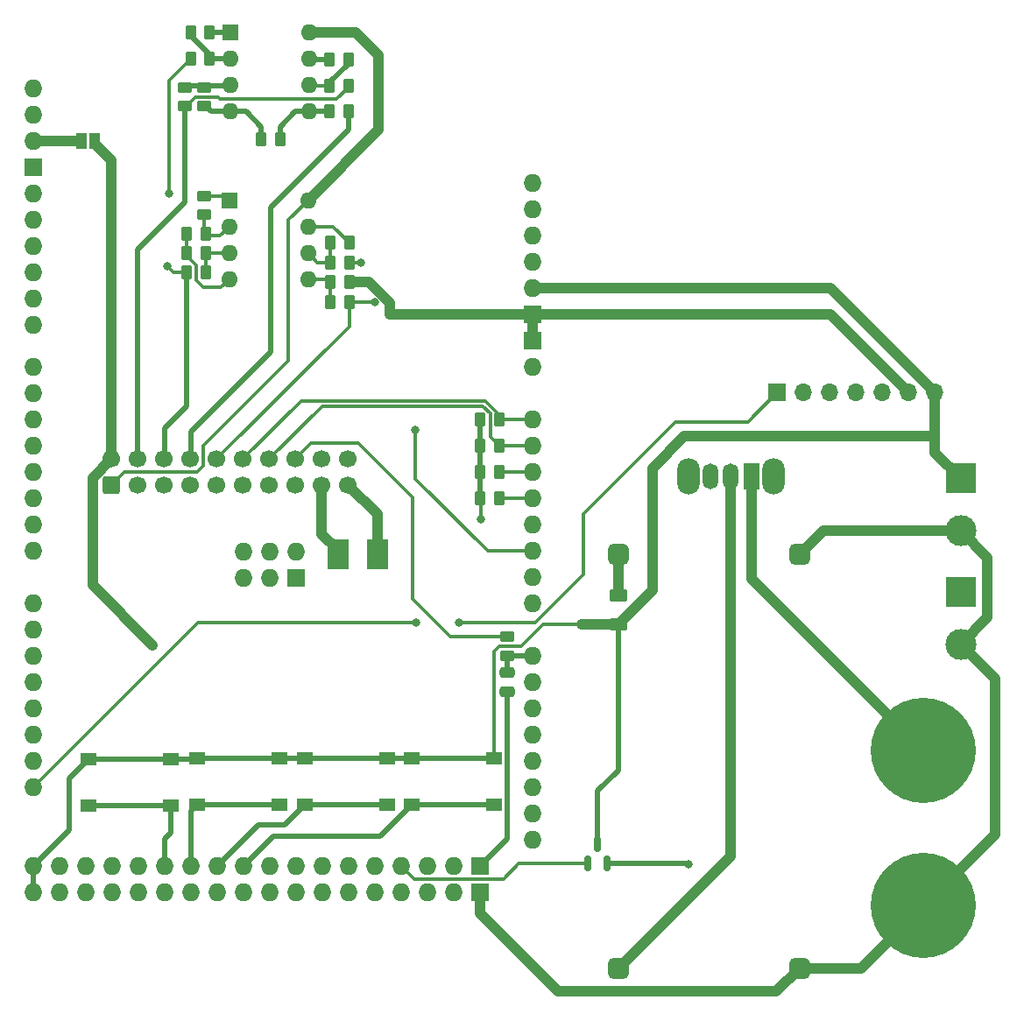
<source format=gtl>
G04 #@! TF.GenerationSoftware,KiCad,Pcbnew,(7.0.0)*
G04 #@! TF.CreationDate,2023-05-12T10:49:53+02:00*
G04 #@! TF.ProjectId,BMS_Project,424d535f-5072-46f6-9a65-63742e6b6963,rev?*
G04 #@! TF.SameCoordinates,Original*
G04 #@! TF.FileFunction,Copper,L1,Top*
G04 #@! TF.FilePolarity,Positive*
%FSLAX46Y46*%
G04 Gerber Fmt 4.6, Leading zero omitted, Abs format (unit mm)*
G04 Created by KiCad (PCBNEW (7.0.0)) date 2023-05-12 10:49:53*
%MOMM*%
%LPD*%
G01*
G04 APERTURE LIST*
G04 Aperture macros list*
%AMRoundRect*
0 Rectangle with rounded corners*
0 $1 Rounding radius*
0 $2 $3 $4 $5 $6 $7 $8 $9 X,Y pos of 4 corners*
0 Add a 4 corners polygon primitive as box body*
4,1,4,$2,$3,$4,$5,$6,$7,$8,$9,$2,$3,0*
0 Add four circle primitives for the rounded corners*
1,1,$1+$1,$2,$3*
1,1,$1+$1,$4,$5*
1,1,$1+$1,$6,$7*
1,1,$1+$1,$8,$9*
0 Add four rect primitives between the rounded corners*
20,1,$1+$1,$2,$3,$4,$5,0*
20,1,$1+$1,$4,$5,$6,$7,0*
20,1,$1+$1,$6,$7,$8,$9,0*
20,1,$1+$1,$8,$9,$2,$3,0*%
G04 Aperture macros list end*
G04 #@! TA.AperFunction,SMDPad,CuDef*
%ADD10RoundRect,0.250000X-0.262500X-0.450000X0.262500X-0.450000X0.262500X0.450000X-0.262500X0.450000X0*%
G04 #@! TD*
G04 #@! TA.AperFunction,SMDPad,CuDef*
%ADD11RoundRect,0.250000X0.262500X0.450000X-0.262500X0.450000X-0.262500X-0.450000X0.262500X-0.450000X0*%
G04 #@! TD*
G04 #@! TA.AperFunction,ComponentPad*
%ADD12C,10.160000*%
G04 #@! TD*
G04 #@! TA.AperFunction,SMDPad,CuDef*
%ADD13R,1.550000X1.300000*%
G04 #@! TD*
G04 #@! TA.AperFunction,ComponentPad*
%ADD14R,3.000000X3.000000*%
G04 #@! TD*
G04 #@! TA.AperFunction,ComponentPad*
%ADD15C,3.000000*%
G04 #@! TD*
G04 #@! TA.AperFunction,SMDPad,CuDef*
%ADD16R,2.000000X3.000000*%
G04 #@! TD*
G04 #@! TA.AperFunction,ComponentPad*
%ADD17RoundRect,0.500000X0.500000X-0.500000X0.500000X0.500000X-0.500000X0.500000X-0.500000X-0.500000X0*%
G04 #@! TD*
G04 #@! TA.AperFunction,SMDPad,CuDef*
%ADD18RoundRect,0.250000X0.450000X-0.262500X0.450000X0.262500X-0.450000X0.262500X-0.450000X-0.262500X0*%
G04 #@! TD*
G04 #@! TA.AperFunction,SMDPad,CuDef*
%ADD19RoundRect,0.250000X-0.450000X0.262500X-0.450000X-0.262500X0.450000X-0.262500X0.450000X0.262500X0*%
G04 #@! TD*
G04 #@! TA.AperFunction,SMDPad,CuDef*
%ADD20R,1.000000X1.500000*%
G04 #@! TD*
G04 #@! TA.AperFunction,SMDPad,CuDef*
%ADD21RoundRect,0.150000X0.150000X-0.587500X0.150000X0.587500X-0.150000X0.587500X-0.150000X-0.587500X0*%
G04 #@! TD*
G04 #@! TA.AperFunction,SMDPad,CuDef*
%ADD22RoundRect,0.250000X-0.625000X0.375000X-0.625000X-0.375000X0.625000X-0.375000X0.625000X0.375000X0*%
G04 #@! TD*
G04 #@! TA.AperFunction,ComponentPad*
%ADD23RoundRect,0.250000X0.600000X-0.600000X0.600000X0.600000X-0.600000X0.600000X-0.600000X-0.600000X0*%
G04 #@! TD*
G04 #@! TA.AperFunction,ComponentPad*
%ADD24C,1.700000*%
G04 #@! TD*
G04 #@! TA.AperFunction,ComponentPad*
%ADD25R,1.600000X1.600000*%
G04 #@! TD*
G04 #@! TA.AperFunction,ComponentPad*
%ADD26O,1.600000X1.600000*%
G04 #@! TD*
G04 #@! TA.AperFunction,SMDPad,CuDef*
%ADD27RoundRect,0.250000X-0.475000X0.250000X-0.475000X-0.250000X0.475000X-0.250000X0.475000X0.250000X0*%
G04 #@! TD*
G04 #@! TA.AperFunction,ComponentPad*
%ADD28R,1.700000X1.700000*%
G04 #@! TD*
G04 #@! TA.AperFunction,ComponentPad*
%ADD29O,1.700000X1.700000*%
G04 #@! TD*
G04 #@! TA.AperFunction,ComponentPad*
%ADD30O,2.200000X3.500000*%
G04 #@! TD*
G04 #@! TA.AperFunction,ComponentPad*
%ADD31R,1.500000X2.500000*%
G04 #@! TD*
G04 #@! TA.AperFunction,ComponentPad*
%ADD32O,1.500000X2.500000*%
G04 #@! TD*
G04 #@! TA.AperFunction,ComponentPad*
%ADD33O,1.727200X1.727200*%
G04 #@! TD*
G04 #@! TA.AperFunction,ComponentPad*
%ADD34R,1.727200X1.727200*%
G04 #@! TD*
G04 #@! TA.AperFunction,ViaPad*
%ADD35C,0.800000*%
G04 #@! TD*
G04 #@! TA.AperFunction,Conductor*
%ADD36C,0.500000*%
G04 #@! TD*
G04 #@! TA.AperFunction,Conductor*
%ADD37C,1.000000*%
G04 #@! TD*
G04 #@! TA.AperFunction,Conductor*
%ADD38C,0.300000*%
G04 #@! TD*
G04 APERTURE END LIST*
D10*
X132587500Y-44200000D03*
X134412500Y-44200000D03*
D11*
X134412500Y-46700000D03*
X132587500Y-46700000D03*
D12*
X190000000Y-111000000D03*
D10*
X132687500Y-65700000D03*
X134512500Y-65700000D03*
D13*
X148474999Y-116249999D03*
X140524999Y-116249999D03*
X148474999Y-111749999D03*
X140524999Y-111749999D03*
X117244999Y-116299999D03*
X109294999Y-116299999D03*
X117244999Y-111799999D03*
X109294999Y-111799999D03*
D11*
X134512500Y-63800000D03*
X132687500Y-63800000D03*
D14*
X193599999Y-84659999D03*
D15*
X193600000Y-89740000D03*
D10*
X119187500Y-44100000D03*
X121012500Y-44100000D03*
D13*
X138144999Y-116274999D03*
X130194999Y-116274999D03*
X138144999Y-111774999D03*
X130194999Y-111774999D03*
D16*
X137199999Y-91999999D03*
D17*
X160550000Y-132050000D03*
X178050000Y-132050000D03*
X160550000Y-92050000D03*
X178050000Y-92050000D03*
D11*
X134512500Y-61900000D03*
X132687500Y-61900000D03*
D10*
X147175000Y-79000000D03*
X149000000Y-79000000D03*
D13*
X127734999Y-116274999D03*
X119784999Y-116274999D03*
X127734999Y-111774999D03*
X119784999Y-111774999D03*
D10*
X147187500Y-84100000D03*
X149012500Y-84100000D03*
D14*
X193599999Y-95659999D03*
D15*
X193600000Y-100740000D03*
D11*
X120612500Y-62900000D03*
X118787500Y-62900000D03*
D10*
X147175000Y-86600000D03*
X149000000Y-86600000D03*
D18*
X149800000Y-101812500D03*
X149800000Y-99987500D03*
D19*
X120500000Y-46887500D03*
X120500000Y-48712500D03*
D10*
X118787500Y-64800000D03*
X120612500Y-64800000D03*
D11*
X121012500Y-41600000D03*
X119187500Y-41600000D03*
X134512500Y-67600000D03*
X132687500Y-67600000D03*
D19*
X120500000Y-57387500D03*
X120500000Y-59212500D03*
D20*
X109899999Y-52099999D03*
X108599999Y-52099999D03*
D16*
X133399999Y-91999999D03*
D21*
X157550000Y-121937500D03*
X159450000Y-121937500D03*
X158500000Y-120062500D03*
D22*
X160500000Y-96000000D03*
X160500000Y-98800000D03*
D23*
X111540000Y-85340000D03*
D24*
X111540000Y-82800000D03*
X114080000Y-85340000D03*
X114080000Y-82800000D03*
X116620000Y-85340000D03*
X116620000Y-82800000D03*
X119160000Y-85340000D03*
X119160000Y-82800000D03*
X121700000Y-85340000D03*
X121700000Y-82800000D03*
X124240000Y-85340000D03*
X124240000Y-82800000D03*
X126780000Y-85340000D03*
X126780000Y-82800000D03*
X129320000Y-85340000D03*
X129320000Y-82800000D03*
X131860000Y-85340000D03*
X131860000Y-82800000D03*
X134400000Y-85340000D03*
X134400000Y-82800000D03*
D12*
X190000000Y-126000000D03*
D25*
X122999999Y-41599999D03*
D26*
X122999999Y-44139999D03*
X122999999Y-46679999D03*
X122999999Y-49219999D03*
X130619999Y-49219999D03*
X130619999Y-46679999D03*
X130619999Y-44139999D03*
X130619999Y-41599999D03*
D25*
X122899999Y-57799999D03*
D26*
X122899999Y-60339999D03*
X122899999Y-62879999D03*
X122899999Y-65419999D03*
X130519999Y-65419999D03*
X130519999Y-62879999D03*
X130519999Y-60339999D03*
X130519999Y-57799999D03*
D11*
X127812500Y-51900000D03*
X125987500Y-51900000D03*
D10*
X118787500Y-61000000D03*
X120612500Y-61000000D03*
D27*
X149800000Y-103450000D03*
X149800000Y-105350000D03*
D10*
X147175000Y-81500000D03*
X149000000Y-81500000D03*
D28*
X175869999Y-76349999D03*
D29*
X178409999Y-76349999D03*
X180949999Y-76349999D03*
X183489999Y-76349999D03*
X186029999Y-76349999D03*
X188569999Y-76349999D03*
X191109999Y-76349999D03*
D30*
X175499999Y-84499999D03*
X167299999Y-84499999D03*
D31*
X173399999Y-84499999D03*
D32*
X171399999Y-84499999D03*
X169399999Y-84499999D03*
D11*
X134412500Y-49200000D03*
X132587500Y-49200000D03*
D18*
X118600000Y-48712500D03*
X118600000Y-46887500D03*
D33*
X152229999Y-56109999D03*
X152229999Y-63729999D03*
X152229999Y-66269999D03*
X124289999Y-94336999D03*
X103969999Y-122149999D03*
X103969999Y-124689999D03*
X152229999Y-78969999D03*
X152229999Y-81509999D03*
X152229999Y-84049999D03*
X152229999Y-86589999D03*
X152229999Y-89129999D03*
X152229999Y-91669999D03*
X152229999Y-94209999D03*
X152229999Y-96749999D03*
X152229999Y-101829999D03*
X152229999Y-104369999D03*
X152229999Y-106909999D03*
X152229999Y-109449999D03*
X152229999Y-111989999D03*
X152229999Y-114529999D03*
X152229999Y-117069999D03*
X152229999Y-119609999D03*
X103969999Y-52045999D03*
X103969999Y-91669999D03*
X103969999Y-89129999D03*
X103969999Y-86589999D03*
X103969999Y-84049999D03*
X103969999Y-81509999D03*
X103969999Y-78969999D03*
X103969999Y-76429999D03*
X103969999Y-73889999D03*
X103969999Y-69825999D03*
X103969999Y-67285999D03*
X103969999Y-64745999D03*
X103969999Y-62205999D03*
X103969999Y-59665999D03*
X103969999Y-57125999D03*
X103969999Y-96749999D03*
X103969999Y-99289999D03*
X103969999Y-101829999D03*
X103969999Y-104369999D03*
X103969999Y-106909999D03*
X103969999Y-109449999D03*
X103969999Y-111989999D03*
X103969999Y-114529999D03*
X106509999Y-122149999D03*
X106509999Y-124689999D03*
X109049999Y-122149999D03*
X109049999Y-124689999D03*
X111589999Y-122149999D03*
X111589999Y-124689999D03*
X114129999Y-122149999D03*
X114129999Y-124689999D03*
X116669999Y-122149999D03*
X116669999Y-124689999D03*
X119209999Y-122149999D03*
X119209999Y-124689999D03*
X121749999Y-122149999D03*
X121749999Y-124689999D03*
X124289999Y-122149999D03*
X124289999Y-124689999D03*
X126829999Y-122149999D03*
X126829999Y-124689999D03*
X129369999Y-122149999D03*
X129369999Y-124689999D03*
X131909999Y-122149999D03*
X131909999Y-124689999D03*
X134449999Y-122149999D03*
X134449999Y-124689999D03*
X136989999Y-122149999D03*
X136989999Y-124689999D03*
X139529999Y-122149999D03*
X139529999Y-124689999D03*
X142069999Y-122149999D03*
X142069999Y-124689999D03*
X144609999Y-122149999D03*
X144609999Y-124689999D03*
D34*
X103969999Y-54585999D03*
X152229999Y-68809999D03*
X152229999Y-71349999D03*
X129369999Y-94336999D03*
X147149999Y-122149999D03*
X147149999Y-124689999D03*
D33*
X152229999Y-58649999D03*
X124289999Y-91796999D03*
X126829999Y-94336999D03*
X152229999Y-61189999D03*
X129369999Y-91796999D03*
X126829999Y-91796999D03*
X103969999Y-46965999D03*
X103969999Y-49505999D03*
X152229999Y-73889999D03*
D35*
X138410000Y-68810000D03*
X157000000Y-98800000D03*
X147200000Y-88600000D03*
X115500000Y-100800000D03*
X137300000Y-51000000D03*
X116900000Y-64200000D03*
X135600000Y-63800000D03*
X137000000Y-67600000D03*
X117100000Y-57100000D03*
X167260000Y-122000000D03*
X140900000Y-80000000D03*
X145100000Y-98600000D03*
X141000000Y-98600000D03*
D36*
X149800000Y-101812500D02*
X152212500Y-101812500D01*
X149800000Y-103450000D02*
X149800000Y-101812500D01*
X152212500Y-101812500D02*
X152230000Y-101830000D01*
D37*
X181030000Y-68810000D02*
X188570000Y-76350000D01*
X154700000Y-134300000D02*
X147150000Y-126750000D01*
X196200000Y-92340000D02*
X196200000Y-98140000D01*
D38*
X119700000Y-64100000D02*
X118787500Y-63187500D01*
D37*
X178050000Y-92050000D02*
X180360000Y-89740000D01*
D36*
X149800000Y-119500000D02*
X147150000Y-122150000D01*
D37*
X138410000Y-68810000D02*
X152230000Y-68810000D01*
D36*
X121187500Y-49200000D02*
X122980000Y-49200000D01*
D37*
X193600000Y-89740000D02*
X196200000Y-92340000D01*
X196900000Y-119100000D02*
X190000000Y-126000000D01*
X193600000Y-100740000D02*
X196900000Y-104040000D01*
D36*
X125987500Y-50687500D02*
X124520000Y-49220000D01*
D38*
X118787500Y-63187500D02*
X118787500Y-62900000D01*
D36*
X124520000Y-49220000D02*
X123000000Y-49220000D01*
D37*
X136400000Y-65700000D02*
X134512500Y-65700000D01*
D36*
X149800000Y-105350000D02*
X149800000Y-119500000D01*
D37*
X196900000Y-104040000D02*
X196900000Y-119100000D01*
D38*
X122900000Y-65420000D02*
X122100001Y-66219999D01*
D36*
X125987500Y-51900000D02*
X125987500Y-50687500D01*
D37*
X178050000Y-132050000D02*
X175800000Y-134300000D01*
D38*
X120419999Y-66219999D02*
X119700000Y-65500000D01*
X122100001Y-66219999D02*
X120419999Y-66219999D01*
D36*
X122980000Y-49200000D02*
X123000000Y-49220000D01*
D38*
X118787500Y-62900000D02*
X118787500Y-61000000D01*
D37*
X175800000Y-134300000D02*
X154700000Y-134300000D01*
X178050000Y-132050000D02*
X183950000Y-132050000D01*
X147150000Y-126750000D02*
X147150000Y-124690000D01*
D38*
X119700000Y-65500000D02*
X119700000Y-64100000D01*
D36*
X120500000Y-48512500D02*
X121187500Y-49200000D01*
D37*
X196200000Y-98140000D02*
X193600000Y-100740000D01*
X138410000Y-68810000D02*
X138410000Y-67710000D01*
X180360000Y-89740000D02*
X193600000Y-89740000D01*
X152230000Y-71350000D02*
X152230000Y-68810000D01*
X183950000Y-132050000D02*
X190000000Y-126000000D01*
X138410000Y-67710000D02*
X136400000Y-65700000D01*
X152230000Y-68810000D02*
X181030000Y-68810000D01*
X160550000Y-92050000D02*
X160550000Y-95950000D01*
X160550000Y-95950000D02*
X160500000Y-96000000D01*
D36*
X147175000Y-86600000D02*
X147175000Y-79000000D01*
X107400000Y-118720000D02*
X103970000Y-122150000D01*
D37*
X166900000Y-80600000D02*
X191010000Y-80600000D01*
X181030000Y-66270000D02*
X191110000Y-76350000D01*
D38*
X153207106Y-98800000D02*
X151135251Y-100871855D01*
D37*
X111536497Y-82800000D02*
X111540000Y-82800000D01*
D38*
X157000000Y-98800000D02*
X153207106Y-98800000D01*
X148475000Y-101400736D02*
X148475000Y-111750000D01*
D37*
X160500000Y-98800000D02*
X163800000Y-95500000D01*
D36*
X148450000Y-111775000D02*
X148475000Y-111750000D01*
X158500000Y-114900000D02*
X160500000Y-112900000D01*
D37*
X109700000Y-95000000D02*
X109700000Y-84636497D01*
D38*
X151135251Y-100871855D02*
X149003881Y-100871855D01*
D37*
X191110000Y-82170000D02*
X193600000Y-84660000D01*
D36*
X107400000Y-113695000D02*
X107400000Y-118720000D01*
X160500000Y-112900000D02*
X160500000Y-98800000D01*
D37*
X152230000Y-66270000D02*
X181030000Y-66270000D01*
D36*
X103970000Y-122150000D02*
X103970000Y-124690000D01*
D37*
X109900000Y-52300000D02*
X111500000Y-53900000D01*
X191010000Y-80600000D02*
X191110000Y-80500000D01*
X191110000Y-76350000D02*
X191110000Y-80500000D01*
X111500000Y-82760000D02*
X111540000Y-82800000D01*
X163800000Y-95500000D02*
X163800000Y-83700000D01*
D36*
X158500000Y-120062500D02*
X158500000Y-114900000D01*
X117245000Y-111800000D02*
X119760000Y-111800000D01*
D37*
X109900000Y-52100000D02*
X109900000Y-52300000D01*
X157000000Y-98800000D02*
X160500000Y-98800000D01*
D36*
X109295000Y-111800000D02*
X107400000Y-113695000D01*
D38*
X127735000Y-111665000D02*
X127800000Y-111600000D01*
D37*
X115500000Y-100800000D02*
X109700000Y-95000000D01*
D38*
X147200000Y-86625000D02*
X147175000Y-86600000D01*
D36*
X119760000Y-111800000D02*
X119785000Y-111775000D01*
D38*
X147200000Y-88600000D02*
X147200000Y-86625000D01*
X149003881Y-100871855D02*
X148475000Y-101400736D01*
D37*
X163800000Y-83700000D02*
X166900000Y-80600000D01*
D36*
X109295000Y-111800000D02*
X117245000Y-111800000D01*
D37*
X109700000Y-84636497D02*
X111536497Y-82800000D01*
X191110000Y-80500000D02*
X191110000Y-82170000D01*
X111500000Y-53900000D02*
X111500000Y-82760000D01*
D36*
X119785000Y-111775000D02*
X148450000Y-111775000D01*
D37*
X137300000Y-51000000D02*
X137300000Y-43800000D01*
D38*
X130520000Y-57780000D02*
X130520000Y-57800000D01*
D37*
X137300000Y-51000000D02*
X130520000Y-57780000D01*
D38*
X120400000Y-81551471D02*
X120400000Y-83500000D01*
X120400000Y-83500000D02*
X119800000Y-84100000D01*
X128600000Y-73351471D02*
X120400000Y-81551471D01*
D37*
X135100000Y-41600000D02*
X130620000Y-41600000D01*
D38*
X119800000Y-84100000D02*
X112780000Y-84100000D01*
X112780000Y-84100000D02*
X111540000Y-85340000D01*
X128600000Y-59720000D02*
X128600000Y-73351471D01*
D37*
X137300000Y-43800000D02*
X135100000Y-41600000D01*
D38*
X130520000Y-57800000D02*
X128600000Y-59720000D01*
D36*
X118787500Y-77712500D02*
X118787500Y-64800000D01*
D38*
X116900000Y-64200000D02*
X117500000Y-64800000D01*
D36*
X116620000Y-82800000D02*
X116700000Y-82720000D01*
D38*
X117500000Y-64800000D02*
X118787500Y-64800000D01*
D36*
X116700000Y-82720000D02*
X116700000Y-79800000D01*
D38*
X134512500Y-63800000D02*
X135600000Y-63800000D01*
D36*
X116700000Y-79800000D02*
X118787500Y-77712500D01*
D38*
X117100000Y-57100000D02*
X117100000Y-46187500D01*
X117100000Y-46187500D02*
X119187500Y-44100000D01*
X134512500Y-69987500D02*
X134512500Y-67600000D01*
X121700000Y-82800000D02*
X134512500Y-69987500D01*
X134512500Y-67600000D02*
X137000000Y-67600000D01*
X122000000Y-48000000D02*
X121800000Y-47800000D01*
D36*
X118600000Y-48712500D02*
X118600000Y-58000000D01*
D38*
X118743750Y-48712500D02*
X118600000Y-48712500D01*
X134412500Y-46887500D02*
X133300000Y-48000000D01*
D36*
X114080000Y-62520000D02*
X114080000Y-82800000D01*
D38*
X134412500Y-46700000D02*
X134412500Y-46887500D01*
X119656250Y-47800000D02*
X118743750Y-48712500D01*
D36*
X118600000Y-58000000D02*
X114080000Y-62520000D01*
D38*
X133300000Y-48000000D02*
X122000000Y-48000000D01*
X121800000Y-47800000D02*
X119656250Y-47800000D01*
D36*
X126900000Y-72500000D02*
X126900000Y-58500000D01*
X134412500Y-50987500D02*
X134412500Y-49200000D01*
X119160000Y-82800000D02*
X119200000Y-82760000D01*
X126900000Y-58500000D02*
X134412500Y-50987500D01*
X119200000Y-82760000D02*
X119200000Y-80200000D01*
X119200000Y-80200000D02*
X126900000Y-72500000D01*
D38*
X149000000Y-79000000D02*
X149030000Y-78970000D01*
X124240000Y-82800000D02*
X129840000Y-77200000D01*
X147643134Y-77200000D02*
X149000000Y-78556866D01*
X149030000Y-78970000D02*
X152230000Y-78970000D01*
X149000000Y-78556866D02*
X149000000Y-79000000D01*
X129840000Y-77200000D02*
X147643134Y-77200000D01*
X149000000Y-81500000D02*
X149010000Y-81510000D01*
X149000000Y-81500000D02*
X148137500Y-80637500D01*
X148137500Y-78401472D02*
X147436028Y-77700000D01*
X147436028Y-77700000D02*
X131880000Y-77700000D01*
X149010000Y-81510000D02*
X152230000Y-81510000D01*
X131880000Y-77700000D02*
X126780000Y-82800000D01*
X148137500Y-80637500D02*
X148137500Y-78401472D01*
X149062500Y-84050000D02*
X152230000Y-84050000D01*
X149012500Y-84100000D02*
X149062500Y-84050000D01*
X149010000Y-86590000D02*
X152230000Y-86590000D01*
X149000000Y-86600000D02*
X149010000Y-86590000D01*
X135400000Y-81300000D02*
X140600000Y-86500000D01*
X140600000Y-96300000D02*
X144287500Y-99987500D01*
X144287500Y-99987500D02*
X149800000Y-99987500D01*
X140600000Y-86500000D02*
X140600000Y-96300000D01*
X129320000Y-82800000D02*
X130820000Y-81300000D01*
X130820000Y-81300000D02*
X135400000Y-81300000D01*
D37*
X131860000Y-90060000D02*
X133400000Y-91600000D01*
X133400000Y-91600000D02*
X133400000Y-92000000D01*
X131860000Y-85340000D02*
X131860000Y-90060000D01*
X137200000Y-88140000D02*
X137200000Y-92000000D01*
X134400000Y-85340000D02*
X137200000Y-88140000D01*
D36*
X167260000Y-122000000D02*
X167197500Y-121937500D01*
X167197500Y-121937500D02*
X159450000Y-121937500D01*
D37*
X173400000Y-94400000D02*
X190000000Y-111000000D01*
X173400000Y-84500000D02*
X173400000Y-94400000D01*
X103970000Y-52046000D02*
X108546000Y-52046000D01*
X108546000Y-52046000D02*
X108600000Y-52100000D01*
D38*
X149400000Y-123400000D02*
X150862500Y-121937500D01*
X150862500Y-121937500D02*
X157550000Y-121937500D01*
X139530000Y-122150000D02*
X140780000Y-123400000D01*
X140780000Y-123400000D02*
X149400000Y-123400000D01*
D36*
X130680000Y-44200000D02*
X130620000Y-44140000D01*
X132587500Y-44200000D02*
X130680000Y-44200000D01*
D38*
X132587500Y-46700000D02*
X130640000Y-46700000D01*
D36*
X132587500Y-46412500D02*
X134412500Y-44587500D01*
X134412500Y-44587500D02*
X134412500Y-44200000D01*
X132587500Y-46700000D02*
X132587500Y-46412500D01*
D38*
X130640000Y-46700000D02*
X130620000Y-46680000D01*
D36*
X121012500Y-41600000D02*
X123000000Y-41600000D01*
X122960000Y-44100000D02*
X123000000Y-44140000D01*
X121012500Y-44100000D02*
X122960000Y-44100000D01*
X121012500Y-43712500D02*
X121012500Y-44100000D01*
X119187500Y-41600000D02*
X119187500Y-41887500D01*
X119187500Y-41887500D02*
X121012500Y-43712500D01*
D38*
X140900000Y-84700000D02*
X147870000Y-91670000D01*
X147870000Y-91670000D02*
X152230000Y-91670000D01*
X132952500Y-60340000D02*
X134512500Y-61900000D01*
X130520000Y-60340000D02*
X132952500Y-60340000D01*
X140900000Y-80000000D02*
X140900000Y-84700000D01*
X132687500Y-63800000D02*
X131440000Y-63800000D01*
X132687500Y-61900000D02*
X132687500Y-63800000D01*
X131440000Y-63800000D02*
X130520000Y-62880000D01*
X120500000Y-57387500D02*
X122487500Y-57387500D01*
X122487500Y-57387500D02*
X122900000Y-57800000D01*
X120612500Y-61000000D02*
X120812500Y-61200000D01*
X120500000Y-59212500D02*
X120500000Y-60887500D01*
X120500000Y-60887500D02*
X120612500Y-61000000D01*
X122040000Y-61200000D02*
X122900000Y-60340000D01*
X120812500Y-61200000D02*
X122040000Y-61200000D01*
D36*
X130620000Y-49220000D02*
X132567500Y-49220000D01*
X129280000Y-49220000D02*
X130620000Y-49220000D01*
X127812500Y-51900000D02*
X127812500Y-50687500D01*
X127812500Y-50687500D02*
X129280000Y-49220000D01*
X132567500Y-49220000D02*
X132587500Y-49200000D01*
X122992500Y-46687500D02*
X123000000Y-46680000D01*
X120500000Y-46687500D02*
X118600000Y-46687500D01*
X120500000Y-46687500D02*
X122992500Y-46687500D01*
D38*
X132687500Y-65700000D02*
X132687500Y-67600000D01*
X130540000Y-65400000D02*
X130520000Y-65420000D01*
X132687500Y-65700000D02*
X132387500Y-65400000D01*
X132387500Y-65400000D02*
X130540000Y-65400000D01*
X122880000Y-62900000D02*
X122900000Y-62880000D01*
X120612500Y-62900000D02*
X122880000Y-62900000D01*
X120612500Y-62900000D02*
X120612500Y-64800000D01*
D36*
X117245000Y-116300000D02*
X117245000Y-118955000D01*
X117245000Y-118955000D02*
X116700000Y-119500000D01*
X109295000Y-116300000D02*
X117245000Y-116300000D01*
X116700000Y-119500000D02*
X116700000Y-122120000D01*
X116700000Y-122120000D02*
X116670000Y-122150000D01*
D37*
X160550000Y-132050000D02*
X171400000Y-121200000D01*
X171400000Y-121200000D02*
X171400000Y-84500000D01*
D36*
X119210000Y-116850000D02*
X119785000Y-116275000D01*
X119785000Y-116275000D02*
X127735000Y-116275000D01*
X119210000Y-122150000D02*
X119210000Y-116850000D01*
X125700000Y-118200000D02*
X121750000Y-122150000D01*
X128270000Y-118200000D02*
X125700000Y-118200000D01*
X130195000Y-116275000D02*
X138145000Y-116275000D01*
X130195000Y-116275000D02*
X128270000Y-118200000D01*
X140525000Y-116250000D02*
X137475000Y-119300000D01*
X127140000Y-119300000D02*
X124290000Y-122150000D01*
X140525000Y-116250000D02*
X148475000Y-116250000D01*
X137475000Y-119300000D02*
X127140000Y-119300000D01*
D38*
X173020000Y-79200000D02*
X175870000Y-76350000D01*
X166000000Y-79200000D02*
X173020000Y-79200000D01*
X157100000Y-94000000D02*
X157100000Y-88100000D01*
X157100000Y-88100000D02*
X166000000Y-79200000D01*
X152500000Y-98600000D02*
X157100000Y-94000000D01*
X145100000Y-98600000D02*
X152500000Y-98600000D01*
X119900000Y-98600000D02*
X103970000Y-114530000D01*
X141000000Y-98600000D02*
X119900000Y-98600000D01*
M02*

</source>
